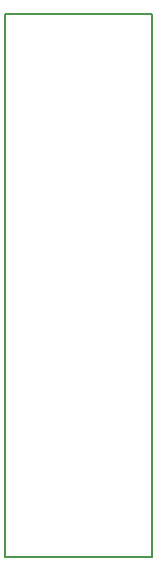
<source format=gbr>
G04 #@! TF.FileFunction,Profile,NP*
%FSLAX46Y46*%
G04 Gerber Fmt 4.6, Leading zero omitted, Abs format (unit mm)*
G04 Created by KiCad (PCBNEW 4.0.1-stable) date 2017/10/27 20:03:41*
%MOMM*%
G01*
G04 APERTURE LIST*
%ADD10C,0.100000*%
%ADD11C,0.150000*%
G04 APERTURE END LIST*
D10*
D11*
X143500000Y-41000000D02*
X143500000Y-41500000D01*
X156000000Y-41000000D02*
X143500000Y-41000000D01*
X156000000Y-87000000D02*
X156000000Y-41000000D01*
X143500000Y-87000000D02*
X156000000Y-87000000D01*
X143500000Y-41500000D02*
X143500000Y-87000000D01*
M02*

</source>
